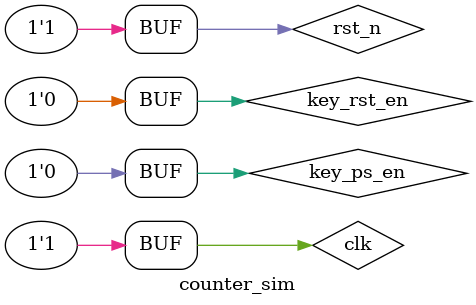
<source format=v>
`timescale 1 us/1 us
module counter_sim();
    reg    key_rst_en,key_ps_en,clk,rst_n;
	wire     [3:0]numcount4_out,numcount3_out,numcount2_out,numcount1_out;
counter u1 (
     .rst_n(rst_n),
     .clk(clk),
	 .numcount4_out(numcount4_out),
	 .numcount3_out(numcount3_out),
	 .numcount2_out(numcount2_out),
	 .numcount1_out(numcount1_out),
	 .key_rst_en(key_rst_en),
	 .key_ps_en(key_ps_en)

);

always
begin
  clk =      1'b0;
  clk = #500 1'b1;
        #500;
       
end

initial
begin
 
  rst_n =      1'b0;
  rst_n = #500 1'b1;
end 



initial
begin
  key_ps_en =       1'b0;
  key_ps_en = #3000 1'b1;
  key_ps_en = #1000 1'b0;
  key_ps_en = #100500 1'b1;
  key_ps_en = #1000 1'b0;
  key_ps_en = #20000 1'b1;
  key_ps_en = #1000 1'b0;
end 

initial
begin
  key_rst_en = 1'b0;
  key_rst_en = #25000000 1'b1;
  key_rst_en = #1000 1'b0;
end 

endmodule
</source>
